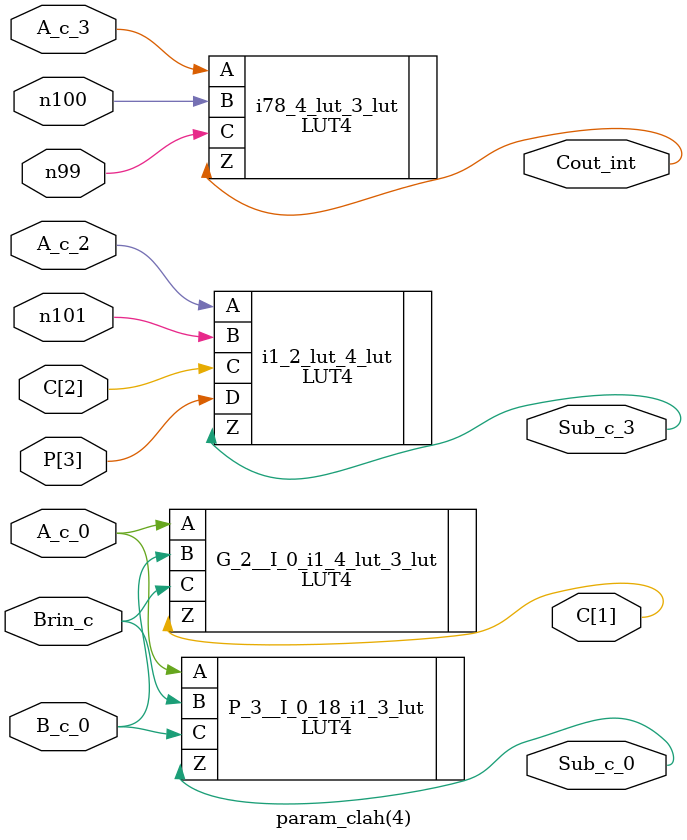
<source format=v>

module subtractor_complement (A, B, Brin, Brout, Sub);   // d:/rtl_fpga/vhdl/aula23_sub_paralelo/subtractor_2complement.vhd(3[8:29])
    input [3:0]A;   // d:/rtl_fpga/vhdl/aula23_sub_paralelo/subtractor_2complement.vhd(6[4:5])
    input [3:0]B;   // d:/rtl_fpga/vhdl/aula23_sub_paralelo/subtractor_2complement.vhd(6[6:7])
    input Brin;   // d:/rtl_fpga/vhdl/aula23_sub_paralelo/subtractor_2complement.vhd(7[4:8])
    output Brout;   // d:/rtl_fpga/vhdl/aula23_sub_paralelo/subtractor_2complement.vhd(8[4:9])
    output [3:0]Sub;   // d:/rtl_fpga/vhdl/aula23_sub_paralelo/subtractor_2complement.vhd(9[4:7])
    
    
    wire GND_net, A_c_3, A_c_2, A_c_1, A_c_0, B_c_3, B_c_2, B_c_1, 
        B_c_0, Brin_c, Sub_c_3, Sub_c_2, Sub_c_1, Sub_c_0, Cout_int;
    wire [4:0]C_adj_12;   // d:/rtl_fpga/vhdl/aula23_sub_paralelo/impl1/source/param_clah.vhd(15[9:10])
    wire [3:0]P_adj_13;   // d:/rtl_fpga/vhdl/aula23_sub_paralelo/impl1/source/param_clah.vhd(16[9:10])
    
    wire n100, n99, n101, VCC_net;
    
    VLO i79 (.Z(GND_net));
    OB Sub_pad_3 (.I(Sub_c_3), .O(Sub[3]));   // d:/rtl_fpga/vhdl/aula23_sub_paralelo/subtractor_2complement.vhd(9[4:7])
    OB Brout_pad (.I(Cout_int), .O(Brout));   // d:/rtl_fpga/vhdl/aula23_sub_paralelo/subtractor_2complement.vhd(8[4:9])
    OB Sub_pad_2 (.I(Sub_c_2), .O(Sub[2]));   // d:/rtl_fpga/vhdl/aula23_sub_paralelo/subtractor_2complement.vhd(9[4:7])
    OB Sub_pad_1 (.I(Sub_c_1), .O(Sub[1]));   // d:/rtl_fpga/vhdl/aula23_sub_paralelo/subtractor_2complement.vhd(9[4:7])
    OB Sub_pad_0 (.I(Sub_c_0), .O(Sub[0]));   // d:/rtl_fpga/vhdl/aula23_sub_paralelo/subtractor_2complement.vhd(9[4:7])
    IB A_pad_3 (.I(A[3]), .O(A_c_3));   // d:/rtl_fpga/vhdl/aula23_sub_paralelo/subtractor_2complement.vhd(6[4:5])
    IB A_pad_2 (.I(A[2]), .O(A_c_2));   // d:/rtl_fpga/vhdl/aula23_sub_paralelo/subtractor_2complement.vhd(6[4:5])
    IB A_pad_1 (.I(A[1]), .O(A_c_1));   // d:/rtl_fpga/vhdl/aula23_sub_paralelo/subtractor_2complement.vhd(6[4:5])
    IB A_pad_0 (.I(A[0]), .O(A_c_0));   // d:/rtl_fpga/vhdl/aula23_sub_paralelo/subtractor_2complement.vhd(6[4:5])
    IB B_pad_3 (.I(B[3]), .O(B_c_3));   // d:/rtl_fpga/vhdl/aula23_sub_paralelo/subtractor_2complement.vhd(6[6:7])
    IB B_pad_2 (.I(B[2]), .O(B_c_2));   // d:/rtl_fpga/vhdl/aula23_sub_paralelo/subtractor_2complement.vhd(6[6:7])
    IB B_pad_1 (.I(B[1]), .O(B_c_1));   // d:/rtl_fpga/vhdl/aula23_sub_paralelo/subtractor_2complement.vhd(6[6:7])
    IB B_pad_0 (.I(B[0]), .O(B_c_0));   // d:/rtl_fpga/vhdl/aula23_sub_paralelo/subtractor_2complement.vhd(6[6:7])
    IB Brin_pad (.I(Brin), .O(Brin_c));   // d:/rtl_fpga/vhdl/aula23_sub_paralelo/subtractor_2complement.vhd(7[4:8])
    GSR GSR_INST (.GSR(VCC_net));
    \param_clah(4)_U0  B_C2 (.B_c_1(B_c_1), .B_c_0(B_c_0), .B_c_2(B_c_2), 
            .B_c_3(B_c_3), .n100(n100), .n101(n101), .\C[1] (C_adj_12[1]), 
            .A_c_1(A_c_1), .\C[2] (C_adj_12[2]), .A_c_3(A_c_3), .\P[3] (P_adj_13[3]), 
            .Sub_c_1(Sub_c_1), .A_c_2(A_c_2), .n99(n99), .Sub_c_2(Sub_c_2));   // d:/rtl_fpga/vhdl/aula23_sub_paralelo/subtractor_2complement.vhd(37[8:18])
    PUR PUR_INST (.PUR(VCC_net));
    defparam PUR_INST.RST_PULSE = 1;
    \param_clah(4)  Sum_c (.A_c_0(A_c_0), .Brin_c(Brin_c), .B_c_0(B_c_0), 
            .Sub_c_0(Sub_c_0), .A_c_2(A_c_2), .n101(n101), .\C[2] (C_adj_12[2]), 
            .\P[3] (P_adj_13[3]), .Sub_c_3(Sub_c_3), .A_c_3(A_c_3), .n100(n100), 
            .n99(n99), .Cout_int(Cout_int), .\C[1] (C_adj_12[1]));   // d:/rtl_fpga/vhdl/aula23_sub_paralelo/subtractor_2complement.vhd(46[7:17])
    VHI i80 (.Z(VCC_net));
    
endmodule
//
// Verilog Description of module \param_clah(4)_U0 
//

module \param_clah(4)_U0  (B_c_1, B_c_0, B_c_2, B_c_3, n100, n101, 
            \C[1] , A_c_1, \C[2] , A_c_3, \P[3] , Sub_c_1, A_c_2, 
            n99, Sub_c_2);
    input B_c_1;
    input B_c_0;
    input B_c_2;
    input B_c_3;
    output n100;
    output n101;
    input \C[1] ;
    input A_c_1;
    output \C[2] ;
    input A_c_3;
    output \P[3] ;
    output Sub_c_1;
    input A_c_2;
    output n99;
    output Sub_c_2;
    
    
    wire n102;
    
    LUT4 i1_3_lut_rep_6_4_lut (.A(B_c_1), .B(B_c_0), .C(B_c_2), .D(B_c_3), 
         .Z(n100)) /* synthesis lut_function=(!(A (D)+!A (B (D)+!B (C (D)+!C !(D))))) */ ;
    defparam i1_3_lut_rep_6_4_lut.init = 16'h01fe;
    LUT4 i1_2_lut_rep_7_3_lut (.A(B_c_1), .B(B_c_0), .C(B_c_2), .Z(n101)) /* synthesis lut_function=(!(A (C)+!A (B (C)+!B !(C)))) */ ;
    defparam i1_2_lut_rep_7_3_lut.init = 16'h1e1e;
    LUT4 G_2__I_0_i2_4_lut_3_lut_4_lut (.A(B_c_1), .B(B_c_0), .C(\C[1] ), 
         .D(A_c_1), .Z(\C[2] )) /* synthesis lut_function=(A (B (C (D))+!B (C+(D)))+!A (B (C+(D))+!B (C (D)))) */ ;
    defparam G_2__I_0_i2_4_lut_3_lut_4_lut.init = 16'hf660;
    LUT4 i1_2_lut_4_lut (.A(B_c_3), .B(B_c_2), .C(n102), .D(A_c_3), 
         .Z(\P[3] )) /* synthesis lut_function=(A (B (D)+!B (C (D)+!C !(D)))+!A !(B (D)+!B (C (D)+!C !(D)))) */ ;
    defparam i1_2_lut_4_lut.init = 16'ha956;
    LUT4 P_3__I_0_18_i2_3_lut_4_lut (.A(B_c_1), .B(B_c_0), .C(\C[1] ), 
         .D(A_c_1), .Z(Sub_c_1)) /* synthesis lut_function=(!(A (B (C (D)+!C !(D))+!B !(C (D)+!C !(D)))+!A !(B (C (D)+!C !(D))+!B !(C (D)+!C !(D))))) */ ;
    defparam P_3__I_0_18_i2_3_lut_4_lut.init = 16'h6996;
    LUT4 G_2__I_0_i3_4_lut_3_lut_rep_5_4_lut (.A(B_c_2), .B(n102), .C(\C[2] ), 
         .D(A_c_2), .Z(n99)) /* synthesis lut_function=(A (B (C (D))+!B (C+(D)))+!A (B (C+(D))+!B (C (D)))) */ ;
    defparam G_2__I_0_i3_4_lut_3_lut_rep_5_4_lut.init = 16'hf660;
    LUT4 i1_3_lut_4_lut (.A(B_c_2), .B(n102), .C(\C[2] ), .D(A_c_2), 
         .Z(Sub_c_2)) /* synthesis lut_function=(!(A (B (C (D)+!C !(D))+!B !(C (D)+!C !(D)))+!A !(B (C (D)+!C !(D))+!B !(C (D)+!C !(D))))) */ ;
    defparam i1_3_lut_4_lut.init = 16'h6996;
    LUT4 i34_2_lut_rep_8 (.A(B_c_1), .B(B_c_0), .Z(n102)) /* synthesis lut_function=(A+(B)) */ ;
    defparam i34_2_lut_rep_8.init = 16'heeee;
    
endmodule
//
// Verilog Description of module PUR
// module not written out since it is a black-box. 
//

//
// Verilog Description of module \param_clah(4) 
//

module \param_clah(4)  (A_c_0, Brin_c, B_c_0, Sub_c_0, A_c_2, n101, 
            \C[2] , \P[3] , Sub_c_3, A_c_3, n100, n99, Cout_int, 
            \C[1] );
    input A_c_0;
    input Brin_c;
    input B_c_0;
    output Sub_c_0;
    input A_c_2;
    input n101;
    input \C[2] ;
    input \P[3] ;
    output Sub_c_3;
    input A_c_3;
    input n100;
    input n99;
    output Cout_int;
    output \C[1] ;
    
    
    LUT4 P_3__I_0_18_i1_3_lut (.A(A_c_0), .B(Brin_c), .C(B_c_0), .Z(Sub_c_0)) /* synthesis lut_function=(A (B (C)+!B !(C))+!A !(B (C)+!B !(C))) */ ;   // d:/rtl_fpga/vhdl/aula23_sub_paralelo/impl1/source/param_clah.vhd(26[9:10])
    defparam P_3__I_0_18_i1_3_lut.init = 16'h9696;
    LUT4 i1_2_lut_4_lut (.A(A_c_2), .B(n101), .C(\C[2] ), .D(\P[3] ), 
         .Z(Sub_c_3)) /* synthesis lut_function=(!(A (B (D)+!B (C (D)+!C !(D)))+!A (B (C (D)+!C !(D))+!B !(D)))) */ ;
    defparam i1_2_lut_4_lut.init = 16'h17e8;
    LUT4 i78_4_lut_3_lut (.A(A_c_3), .B(n100), .C(n99), .Z(Cout_int)) /* synthesis lut_function=(!(A (B+(C))+!A (B (C)))) */ ;
    defparam i78_4_lut_3_lut.init = 16'h1717;
    LUT4 G_2__I_0_i1_4_lut_3_lut (.A(A_c_0), .B(B_c_0), .C(Brin_c), .Z(\C[1] )) /* synthesis lut_function=(A (B+(C))+!A (B (C))) */ ;   // d:/rtl_fpga/vhdl/aula23_sub_paralelo/impl1/source/param_clah.vhd(18[6:7])
    defparam G_2__I_0_i1_4_lut_3_lut.init = 16'he8e8;
    
endmodule

</source>
